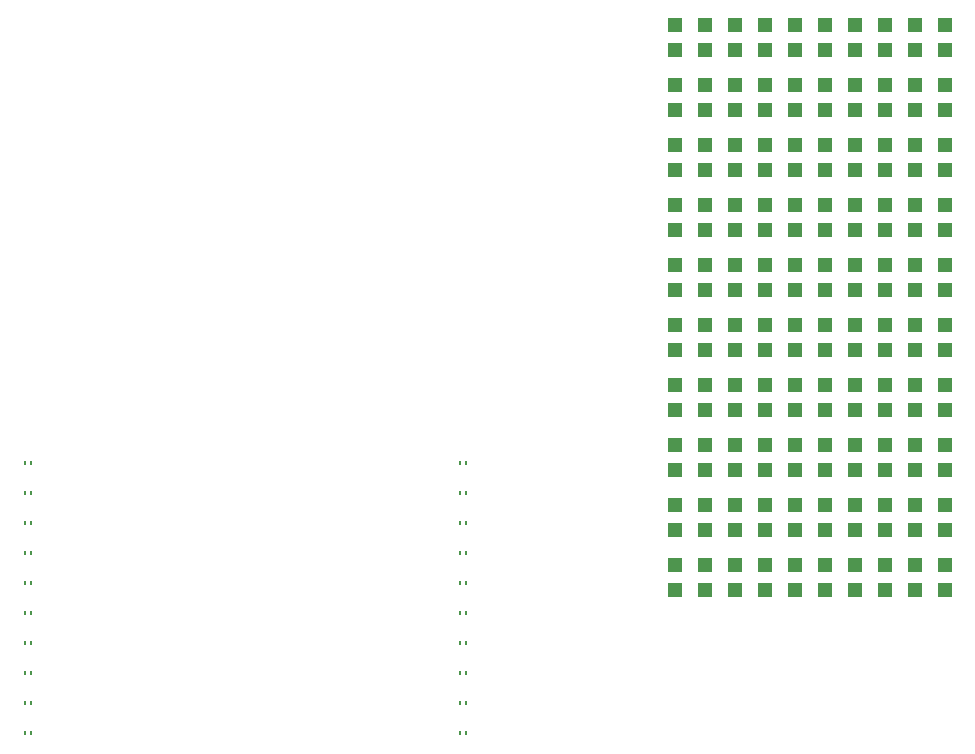
<source format=gtp>
G75*
%MOIN*%
%OFA0B0*%
%FSLAX24Y24*%
%IPPOS*%
%LPD*%
%AMOC8*
5,1,8,0,0,1.08239X$1,22.5*
%
%ADD10R,0.0472X0.0472*%
%ADD11R,0.0110X0.0169*%
D10*
X028382Y019247D03*
X028382Y020074D03*
X029382Y020074D03*
X029382Y019247D03*
X030382Y019247D03*
X030382Y020074D03*
X031382Y020074D03*
X031382Y019247D03*
X032382Y019247D03*
X032382Y020074D03*
X033382Y020074D03*
X033382Y019247D03*
X034382Y019247D03*
X034382Y020074D03*
X035382Y020074D03*
X035382Y019247D03*
X036382Y019247D03*
X036382Y020074D03*
X037382Y020074D03*
X037382Y019247D03*
X037382Y021247D03*
X037382Y022074D03*
X036382Y022074D03*
X036382Y021247D03*
X035382Y021247D03*
X035382Y022074D03*
X034382Y022074D03*
X034382Y021247D03*
X033382Y021247D03*
X033382Y022074D03*
X032382Y022074D03*
X032382Y021247D03*
X031382Y021247D03*
X031382Y022074D03*
X030382Y022074D03*
X030382Y021247D03*
X029382Y021247D03*
X029382Y022074D03*
X028382Y022074D03*
X028382Y021247D03*
X028382Y023247D03*
X028382Y024074D03*
X029382Y024074D03*
X029382Y023247D03*
X030382Y023247D03*
X030382Y024074D03*
X031382Y024074D03*
X031382Y023247D03*
X032382Y023247D03*
X032382Y024074D03*
X033382Y024074D03*
X033382Y023247D03*
X034382Y023247D03*
X034382Y024074D03*
X035382Y024074D03*
X035382Y023247D03*
X036382Y023247D03*
X036382Y024074D03*
X037382Y024074D03*
X037382Y023247D03*
X037382Y025247D03*
X037382Y026074D03*
X036382Y026074D03*
X036382Y025247D03*
X035382Y025247D03*
X035382Y026074D03*
X034382Y026074D03*
X034382Y025247D03*
X033382Y025247D03*
X033382Y026074D03*
X032382Y026074D03*
X032382Y025247D03*
X031382Y025247D03*
X031382Y026074D03*
X030382Y026074D03*
X030382Y025247D03*
X029382Y025247D03*
X029382Y026074D03*
X028382Y026074D03*
X028382Y025247D03*
X028382Y027247D03*
X028382Y028074D03*
X029382Y028074D03*
X029382Y027247D03*
X030382Y027247D03*
X030382Y028074D03*
X031382Y028074D03*
X031382Y027247D03*
X032382Y027247D03*
X032382Y028074D03*
X033382Y028074D03*
X033382Y027247D03*
X034382Y027247D03*
X034382Y028074D03*
X035382Y028074D03*
X035382Y027247D03*
X036382Y027247D03*
X036382Y028074D03*
X037382Y028074D03*
X037382Y027247D03*
X037382Y029247D03*
X037382Y030074D03*
X036382Y030074D03*
X036382Y029247D03*
X035382Y029247D03*
X035382Y030074D03*
X034382Y030074D03*
X034382Y029247D03*
X033382Y029247D03*
X033382Y030074D03*
X032382Y030074D03*
X032382Y029247D03*
X031382Y029247D03*
X031382Y030074D03*
X030382Y030074D03*
X030382Y029247D03*
X029382Y029247D03*
X029382Y030074D03*
X028382Y030074D03*
X028382Y029247D03*
X028382Y031247D03*
X028382Y032074D03*
X029382Y032074D03*
X029382Y031247D03*
X030382Y031247D03*
X030382Y032074D03*
X031382Y032074D03*
X031382Y031247D03*
X032382Y031247D03*
X032382Y032074D03*
X033382Y032074D03*
X033382Y031247D03*
X034382Y031247D03*
X034382Y032074D03*
X035382Y032074D03*
X035382Y031247D03*
X036382Y031247D03*
X036382Y032074D03*
X037382Y032074D03*
X037382Y031247D03*
X037382Y033247D03*
X037382Y034074D03*
X036382Y034074D03*
X036382Y033247D03*
X035382Y033247D03*
X035382Y034074D03*
X034382Y034074D03*
X034382Y033247D03*
X033382Y033247D03*
X033382Y034074D03*
X032382Y034074D03*
X032382Y033247D03*
X031382Y033247D03*
X031382Y034074D03*
X030382Y034074D03*
X030382Y033247D03*
X029382Y033247D03*
X029382Y034074D03*
X028382Y034074D03*
X028382Y033247D03*
X028382Y035247D03*
X028382Y036074D03*
X029382Y036074D03*
X029382Y035247D03*
X030382Y035247D03*
X030382Y036074D03*
X031382Y036074D03*
X031382Y035247D03*
X032382Y035247D03*
X032382Y036074D03*
X033382Y036074D03*
X033382Y035247D03*
X034382Y035247D03*
X034382Y036074D03*
X035382Y036074D03*
X035382Y035247D03*
X036382Y035247D03*
X036382Y036074D03*
X037382Y036074D03*
X037382Y035247D03*
X037382Y037247D03*
X037382Y038074D03*
X036382Y038074D03*
X036382Y037247D03*
X035382Y037247D03*
X035382Y038074D03*
X034382Y038074D03*
X034382Y037247D03*
X033382Y037247D03*
X033382Y038074D03*
X032382Y038074D03*
X032382Y037247D03*
X031382Y037247D03*
X031382Y038074D03*
X030382Y038074D03*
X030382Y037247D03*
X029382Y037247D03*
X029382Y038074D03*
X028382Y038074D03*
X028382Y037247D03*
D11*
X006700Y014451D03*
X006900Y014451D03*
X006900Y015451D03*
X006700Y015451D03*
X006700Y016451D03*
X006900Y016451D03*
X006900Y017451D03*
X006700Y017451D03*
X006700Y018451D03*
X006900Y018451D03*
X006900Y019451D03*
X006700Y019451D03*
X006700Y020451D03*
X006900Y020451D03*
X006900Y021451D03*
X006700Y021451D03*
X006700Y022451D03*
X006900Y022451D03*
X006900Y023451D03*
X006700Y023451D03*
X021200Y023451D03*
X021400Y023451D03*
X021400Y022451D03*
X021200Y022451D03*
X021200Y021451D03*
X021400Y021451D03*
X021400Y020451D03*
X021200Y020451D03*
X021200Y019451D03*
X021400Y019451D03*
X021400Y018451D03*
X021200Y018451D03*
X021200Y017451D03*
X021400Y017451D03*
X021400Y016451D03*
X021200Y016451D03*
X021200Y015451D03*
X021400Y015451D03*
X021400Y014451D03*
X021200Y014451D03*
M02*

</source>
